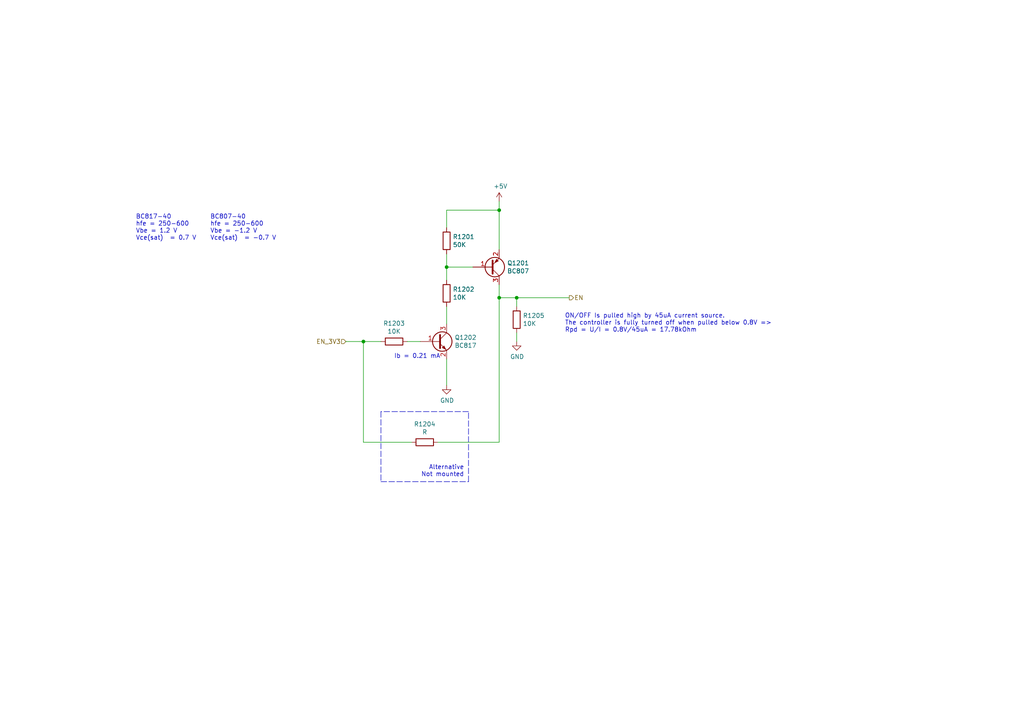
<source format=kicad_sch>
(kicad_sch (version 20211123) (generator eeschema)
  (paper "A4")
  (lib_symbols
    (symbol "Device:Q_NPN_BEC" (pin_names (offset 0) hide)
      (property "Reference" "Q" (at 5.08 1.27 0))
      (property "Value" "Q_NPN_BEC" (at 5.08 -1.27 0))
      (symbol "Q_NPN_BEC_0_1"
        (polyline (pts (xy 0.635 0.635) (xy 2.54 2.54)))
        (polyline (pts (xy 0.635 -0.635) (xy 2.54 -2.54) (xy 2.54 -2.54)))
        (polyline (pts (xy 0.635 1.905) (xy 0.635 -1.905) (xy 0.635 -1.905)) (stroke (width 0.508)))
        (polyline (pts (xy 1.27 -1.778) (xy 1.778 -1.27) (xy 2.286 -2.286) (xy 1.27 -1.778) (xy 1.27 -1.778)) (fill (type outline)))
        (circle (center 1.27 0) (radius 2.8194) (stroke (width 0.254)))
      )
      (symbol "Q_NPN_BEC_1_1"
        (pin input line (at -5.08 0 0) (length 5.715) (name "B") (number "1"))
        (pin passive line (at 2.54 -5.08 90) (length 2.54) (name "E") (number "2"))
        (pin passive line (at 2.54 5.08 270) (length 2.54) (name "C") (number "3"))
      )
    )
    (symbol "Device:Q_PNP_BEC" (pin_names (offset 0) hide)
      (property "Reference" "Q" (at 5.08 1.27 0))
      (property "Value" "Q_PNP_BEC" (at 5.08 -1.27 0))
      (symbol "Q_PNP_BEC_0_1"
        (polyline (pts (xy 0.635 0.635) (xy 2.54 2.54)))
        (polyline (pts (xy 0.635 -0.635) (xy 2.54 -2.54) (xy 2.54 -2.54)))
        (polyline (pts (xy 0.635 1.905) (xy 0.635 -1.905) (xy 0.635 -1.905)) (stroke (width 0.508)))
        (polyline (pts (xy 2.286 -1.778) (xy 1.778 -2.286) (xy 1.27 -1.27) (xy 2.286 -1.778) (xy 2.286 -1.778)) (fill (type outline)))
        (circle (center 1.27 0) (radius 2.8194) (stroke (width 0.254)))
      )
      (symbol "Q_PNP_BEC_1_1"
        (pin input line (at -5.08 0 0) (length 5.715) (name "B") (number "1"))
        (pin passive line (at 2.54 -5.08 90) (length 2.54) (name "E") (number "2"))
        (pin passive line (at 2.54 5.08 270) (length 2.54) (name "C") (number "3"))
      )
    )
    (symbol "Device:R" (pin_numbers hide) (pin_names (offset 0))
      (property "Reference" "R" (at 2.032 0 90))
      (property "Value" "R" (at 0 0 90))
      (symbol "R_0_1"
        (rectangle (start -1.016 -2.54) (end 1.016 2.54) (stroke (width 0.254)))
      )
      (symbol "R_1_1"
        (pin passive line (at 0 3.81 270) (length 1.27) (name "~") (number "1"))
        (pin passive line (at 0 -3.81 90) (length 1.27) (name "~") (number "2"))
      )
    )
    (symbol "power:+5V" (power) (pin_names (offset 0))
      (property "Value" "+5V" (at 0 3.556 0))
      (symbol "+5V_0_1"
        (polyline (pts (xy -0.762 1.27) (xy 0 2.54)))
        (polyline (pts (xy 0 0) (xy 0 2.54)))
        (polyline (pts (xy 0 2.54) (xy 0.762 1.27)))
      )
      (symbol "+5V_1_1"
        (pin power_in line (at 0 0 90) (length 0) hide (name "+5V") (number "1"))
      )
    )
    (symbol "power:GND" (power) (pin_names (offset 0))
      (property "Value" "GND" (at 0 -3.81 0))
      (symbol "GND_0_1"
        (polyline (pts (xy 0 0) (xy 0 -1.27) (xy 1.27 -1.27) (xy 0 -2.54) (xy -1.27 -1.27) (xy 0 -1.27)))
      )
      (symbol "GND_1_1"
        (pin power_in line (at 0 0 270) (length 0) hide (name "GND") (number "1"))
      )
    )
  )
  (junction (at 144.78 60.96))
  (junction (at 105.41 99.06))
  (junction (at 144.78 86.36))
  (junction (at 129.54 77.47))
  (junction (at 149.86 86.36))
  (wire (pts (xy 129.54 77.47) (xy 129.54 73.66)))
  (polyline (pts (xy 110.49 119.38) (xy 110.49 139.7)))
  (wire (pts (xy 144.78 58.42) (xy 144.78 60.96)))
  (wire (pts (xy 129.54 93.98) (xy 129.54 88.9)))
  (wire (pts (xy 149.86 86.36) (xy 165.1 86.36)))
  (wire (pts (xy 149.86 99.06) (xy 149.86 96.52)))
  (polyline (pts (xy 135.89 139.7) (xy 135.89 119.38)))
  (polyline (pts (xy 110.49 139.7) (xy 135.89 139.7)))
  (wire (pts (xy 144.78 60.96) (xy 144.78 72.39)))
  (wire (pts (xy 118.11 99.06) (xy 121.92 99.06)))
  (wire (pts (xy 137.16 77.47) (xy 129.54 77.47)))
  (wire (pts (xy 129.54 66.04) (xy 129.54 60.96)))
  (wire (pts (xy 129.54 104.14) (xy 129.54 111.76)))
  (wire (pts (xy 149.86 88.9) (xy 149.86 86.36)))
  (wire (pts (xy 144.78 128.27) (xy 144.78 86.36)))
  (wire (pts (xy 129.54 81.28) (xy 129.54 77.47)))
  (wire (pts (xy 127 128.27) (xy 144.78 128.27)))
  (wire (pts (xy 129.54 60.96) (xy 144.78 60.96)))
  (wire (pts (xy 100.33 99.06) (xy 105.41 99.06)))
  (wire (pts (xy 119.38 128.27) (xy 105.41 128.27)))
  (wire (pts (xy 144.78 86.36) (xy 149.86 86.36)))
  (polyline (pts (xy 135.89 119.38) (xy 110.49 119.38)))
  (wire (pts (xy 144.78 86.36) (xy 144.78 82.55)))
  (wire (pts (xy 105.41 128.27) (xy 105.41 99.06)))
  (wire (pts (xy 105.41 99.06) (xy 110.49 99.06)))
  (text "BC817-40\nhfe = 250-600\nVbe = 1.2 V\nVce(sat)  = 0.7 V" (at 39.37 69.85 0) (effects (font (size 1.27 1.27)) (justify left bottom)))
  (text "ON/OFF Is pulled high by 45uA current source.\nThe controller is fully turned off when pulled below 0.8V =>\nRpd = U/I = 0.8V/45uA = 17.78kOhm" (at 163.83 96.52 0) (effects (font (size 1.27 1.27)) (justify left bottom)))
  (text "Ib = 0.21 mA" (at 114.3 104.14 0) (effects (font (size 1.27 1.27)) (justify left bottom)))
  (text "Alternative\nNot mounted" (at 134.62 138.43 180) (effects (font (size 1.27 1.27)) (justify right bottom)))
  (text "BC807-40\nhfe = 250-600\nVbe = -1.2 V\nVce(sat)  = -0.7 V" (at 60.96 69.85 0) (effects (font (size 1.27 1.27)) (justify left bottom)))
  (hierarchical_label "EN" (shape output) (at 165.1 86.36 0))
  (hierarchical_label "EN_3V3" (shape input) (at 100.33 99.06 180))
  (symbol (lib_id "power:GND") (at 149.86 99.06 0)
    (property "Reference" "#PWR01203" (effects hide))
    (property "Value" "GND" (at 149.987 103.4542 0))
  )
  (symbol (lib_id "Device:R") (at 149.86 92.71 0)
    (property "Reference" "R1205" (at 151.638 91.5416 0) (effects (justify left)))
    (property "Value" "10K" (at 151.638 93.853 0) (effects (justify left)))
    (property "Footprint" "Resistor_SMD:R_0805_2012Metric_Pad1.20x1.40mm_HandSolder" (effects hide))
  )
  (symbol (lib_id "Device:R") (at 114.3 99.06 270)
    (property "Reference" "R1203" (at 114.3 93.8022 90))
    (property "Value" "10K" (at 114.3 96.1136 90))
    (property "Footprint" "Resistor_SMD:R_0805_2012Metric_Pad1.20x1.40mm_HandSolder" (effects hide))
  )
  (symbol (lib_id "Device:Q_NPN_BEC") (at 127 99.06 0)
    (property "Reference" "Q1202" (at 131.8514 97.8916 0) (effects (justify left)))
    (property "Value" "BC817" (at 131.8514 100.203 0) (effects (justify left)))
    (property "Footprint" "Package_TO_SOT_SMD:SOT-23_Handsoldering" (effects hide))
  )
  (symbol (lib_id "Device:Q_PNP_BEC") (at 142.24 77.47 0) (mirror x)
    (property "Reference" "Q1201" (at 147.0914 76.3016 0) (effects (justify left)))
    (property "Value" "BC807" (at 147.0914 78.613 0) (effects (justify left)))
    (property "Footprint" "Package_TO_SOT_SMD:SOT-23_Handsoldering" (effects hide))
  )
  (symbol (lib_id "Device:R") (at 129.54 85.09 0)
    (property "Reference" "R1202" (at 131.318 83.9216 0) (effects (justify left)))
    (property "Value" "10K" (at 131.318 86.233 0) (effects (justify left)))
    (property "Footprint" "Resistor_SMD:R_0805_2012Metric_Pad1.20x1.40mm_HandSolder" (effects hide))
  )
  (symbol (lib_id "Device:R") (at 129.54 69.85 0)
    (property "Reference" "R1201" (at 131.318 68.6816 0) (effects (justify left)))
    (property "Value" "50K" (at 131.318 70.993 0) (effects (justify left)))
    (property "Footprint" "Resistor_SMD:R_0805_2012Metric_Pad1.20x1.40mm_HandSolder" (effects hide))
  )
  (symbol (lib_id "power:GND") (at 129.54 111.76 0)
    (property "Reference" "#PWR01202" (effects hide))
    (property "Value" "GND" (at 129.667 116.1542 0))
  )
  (symbol (lib_id "power:+5V") (at 144.78 58.42 0)
    (property "Reference" "#PWR01201" (effects hide))
    (property "Value" "+5V" (at 145.161 54.0258 0))
  )
  (symbol (lib_id "Device:R") (at 123.19 128.27 270)
    (property "Reference" "R1204" (at 123.19 123.0122 90))
    (property "Value" "R" (at 123.19 125.3236 90))
    (property "Footprint" "Resistor_SMD:R_0805_2012Metric_Pad1.20x1.40mm_HandSolder" (effects hide))
  )
)
</source>
